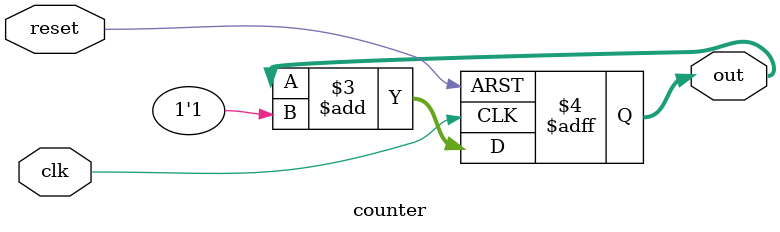
<source format=v>
`timescale 1ps/1ps
module counter
#(parameter BIT_WIDTH = 8)
(
    input clk,
    input reset,
    output reg[BIT_WIDTH-1:0] out
);
    
    always @(posedge clk, negedge reset) begin
        if (!reset)
            out <= 1'b0;
        else
            out <= out + 1'b1;
    end

endmodule


</source>
